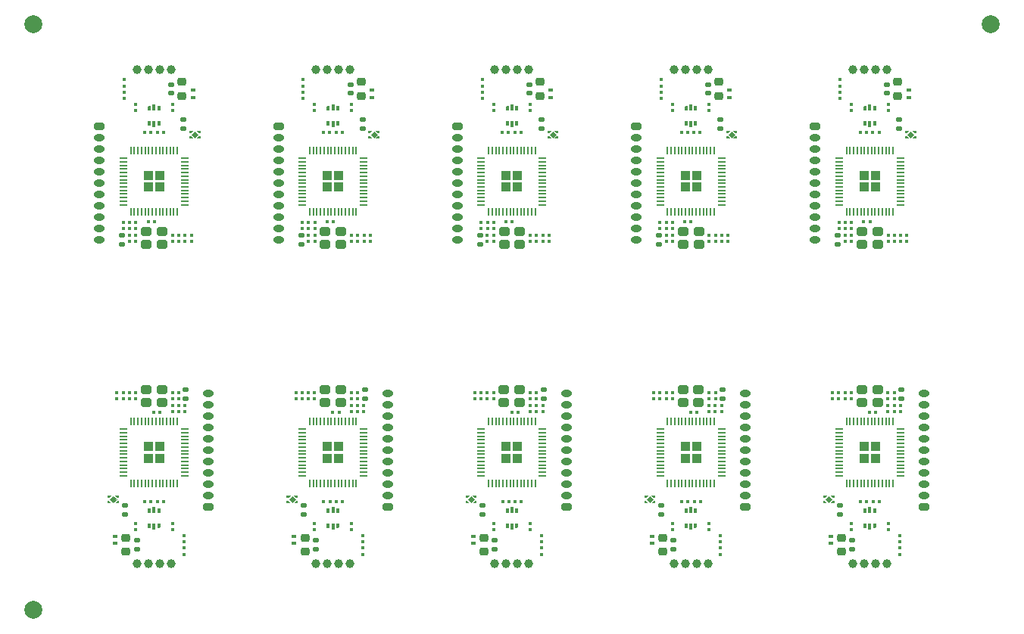
<source format=gbp>
G04 #@! TF.GenerationSoftware,KiCad,Pcbnew,8.0.1-8.0.1-1~ubuntu22.04.1*
G04 #@! TF.CreationDate,2024-08-08T21:33:10+00:00*
G04 #@! TF.ProjectId,gemini-panel,67656d69-6e69-42d7-9061-6e656c2e6b69,1.0*
G04 #@! TF.SameCoordinates,Original*
G04 #@! TF.FileFunction,Paste,Bot*
G04 #@! TF.FilePolarity,Positive*
%FSLAX46Y46*%
G04 Gerber Fmt 4.6, Leading zero omitted, Abs format (unit mm)*
G04 Created by KiCad (PCBNEW 8.0.1-8.0.1-1~ubuntu22.04.1) date 2024-08-08 21:33:10*
%MOMM*%
%LPD*%
G01*
G04 APERTURE LIST*
G04 Aperture macros list*
%AMRoundRect*
0 Rectangle with rounded corners*
0 $1 Rounding radius*
0 $2 $3 $4 $5 $6 $7 $8 $9 X,Y pos of 4 corners*
0 Add a 4 corners polygon primitive as box body*
4,1,4,$2,$3,$4,$5,$6,$7,$8,$9,$2,$3,0*
0 Add four circle primitives for the rounded corners*
1,1,$1+$1,$2,$3*
1,1,$1+$1,$4,$5*
1,1,$1+$1,$6,$7*
1,1,$1+$1,$8,$9*
0 Add four rect primitives between the rounded corners*
20,1,$1+$1,$2,$3,$4,$5,0*
20,1,$1+$1,$4,$5,$6,$7,0*
20,1,$1+$1,$6,$7,$8,$9,0*
20,1,$1+$1,$8,$9,$2,$3,0*%
%AMOutline5P*
0 Free polygon, 5 corners , with rotation*
0 The origin of the aperture is its center*
0 number of corners: always 5*
0 $1 to $10 corner X, Y*
0 $11 Rotation angle, in degrees counterclockwise*
0 create outline with 5 corners*
4,1,5,$1,$2,$3,$4,$5,$6,$7,$8,$9,$10,$1,$2,$11*%
%AMOutline6P*
0 Free polygon, 6 corners , with rotation*
0 The origin of the aperture is its center*
0 number of corners: always 6*
0 $1 to $12 corner X, Y*
0 $13 Rotation angle, in degrees counterclockwise*
0 create outline with 6 corners*
4,1,6,$1,$2,$3,$4,$5,$6,$7,$8,$9,$10,$11,$12,$1,$2,$13*%
%AMOutline7P*
0 Free polygon, 7 corners , with rotation*
0 The origin of the aperture is its center*
0 number of corners: always 7*
0 $1 to $14 corner X, Y*
0 $15 Rotation angle, in degrees counterclockwise*
0 create outline with 7 corners*
4,1,7,$1,$2,$3,$4,$5,$6,$7,$8,$9,$10,$11,$12,$13,$14,$1,$2,$15*%
%AMOutline8P*
0 Free polygon, 8 corners , with rotation*
0 The origin of the aperture is its center*
0 number of corners: always 8*
0 $1 to $16 corner X, Y*
0 $17 Rotation angle, in degrees counterclockwise*
0 create outline with 8 corners*
4,1,8,$1,$2,$3,$4,$5,$6,$7,$8,$9,$10,$11,$12,$13,$14,$15,$16,$1,$2,$17*%
%AMFreePoly0*
4,1,18,-0.437500,0.050000,-0.433694,0.069134,-0.422855,0.085355,-0.406634,0.096194,-0.387500,0.100000,0.387500,0.100000,0.406634,0.096194,0.422855,0.085355,0.433694,0.069134,0.437500,0.050000,0.437500,-0.050000,0.433694,-0.069134,0.422855,-0.085355,0.406634,-0.096194,0.387500,-0.100000,-0.337500,-0.100000,-0.437500,0.000000,-0.437500,0.050000,-0.437500,0.050000,$1*%
G04 Aperture macros list end*
%ADD10C,0.010000*%
%ADD11C,0.000000*%
%ADD12O,1.200000X0.800000*%
%ADD13RoundRect,0.166667X-0.433333X-0.233333X0.433333X-0.233333X0.433333X0.233333X-0.433333X0.233333X0*%
%ADD14C,1.000000*%
%ADD15RoundRect,0.166667X0.433333X0.233333X-0.433333X0.233333X-0.433333X-0.233333X0.433333X-0.233333X0*%
%ADD16C,2.000000*%
%ADD17RoundRect,0.250000X-0.292217X-0.292217X0.292217X-0.292217X0.292217X0.292217X-0.292217X0.292217X0*%
%ADD18FreePoly0,0.000000*%
%ADD19RoundRect,0.050000X-0.387500X-0.050000X0.387500X-0.050000X0.387500X0.050000X-0.387500X0.050000X0*%
%ADD20RoundRect,0.050000X-0.050000X-0.387500X0.050000X-0.387500X0.050000X0.387500X-0.050000X0.387500X0*%
%ADD21RoundRect,0.079500X0.079500X0.100500X-0.079500X0.100500X-0.079500X-0.100500X0.079500X-0.100500X0*%
%ADD22RoundRect,0.079500X-0.100500X0.079500X-0.100500X-0.079500X0.100500X-0.079500X0.100500X0.079500X0*%
%ADD23RoundRect,0.079500X0.100500X-0.079500X0.100500X0.079500X-0.100500X0.079500X-0.100500X-0.079500X0*%
%ADD24RoundRect,0.079500X-0.079500X-0.100500X0.079500X-0.100500X0.079500X0.100500X-0.079500X0.100500X0*%
%ADD25RoundRect,0.140000X0.170000X-0.140000X0.170000X0.140000X-0.170000X0.140000X-0.170000X-0.140000X0*%
%ADD26RoundRect,0.140000X-0.170000X0.140000X-0.170000X-0.140000X0.170000X-0.140000X0.170000X0.140000X0*%
%ADD27RoundRect,0.135000X-0.185000X0.135000X-0.185000X-0.135000X0.185000X-0.135000X0.185000X0.135000X0*%
%ADD28RoundRect,0.218750X-0.256250X0.218750X-0.256250X-0.218750X0.256250X-0.218750X0.256250X0.218750X0*%
%ADD29R,0.560000X0.400000*%
%ADD30RoundRect,0.100000X-0.180000X0.100000X-0.180000X-0.100000X0.180000X-0.100000X0.180000X0.100000X0*%
%ADD31Outline5P,-0.250000X0.187500X0.250000X0.187500X0.250000X-0.187500X-0.118750X-0.187500X-0.250000X-0.056250X270.000000*%
%ADD32R,0.300000X0.650000*%
%ADD33R,0.375000X0.500000*%
%ADD34RoundRect,0.135000X0.185000X-0.135000X0.185000X0.135000X-0.185000X0.135000X-0.185000X-0.135000X0*%
%ADD35RoundRect,0.218750X0.256250X-0.218750X0.256250X0.218750X-0.256250X0.218750X-0.256250X-0.218750X0*%
%ADD36Outline5P,-0.250000X0.187500X0.250000X0.187500X0.250000X-0.187500X-0.118750X-0.187500X-0.250000X-0.056250X90.000000*%
%ADD37RoundRect,0.250000X-0.325000X-0.250000X0.325000X-0.250000X0.325000X0.250000X-0.325000X0.250000X0*%
%ADD38RoundRect,0.250000X0.292217X0.292217X-0.292217X0.292217X-0.292217X-0.292217X0.292217X-0.292217X0*%
%ADD39FreePoly0,180.000000*%
%ADD40RoundRect,0.050000X0.387500X0.050000X-0.387500X0.050000X-0.387500X-0.050000X0.387500X-0.050000X0*%
%ADD41RoundRect,0.050000X0.050000X0.387500X-0.050000X0.387500X-0.050000X-0.387500X0.050000X-0.387500X0*%
%ADD42RoundRect,0.100000X0.180000X-0.100000X0.180000X0.100000X-0.180000X0.100000X-0.180000X-0.100000X0*%
%ADD43RoundRect,0.250000X0.325000X0.250000X-0.325000X0.250000X-0.325000X-0.250000X0.325000X-0.250000X0*%
G04 APERTURE END LIST*
D10*
G04 #@! TO.C,U2*
X71771173Y14871663D02*
X71429510Y14530001D01*
X71087847Y14871663D01*
X71429510Y15213326D01*
X71771173Y14871663D01*
G36*
X71771173Y14871663D02*
G01*
X71429510Y14530001D01*
X71087847Y14871663D01*
X71429510Y15213326D01*
X71771173Y14871663D01*
G37*
D11*
G36*
X71244510Y15270000D02*
G01*
X70999510Y15020000D01*
X70819510Y15020000D01*
X70819510Y15300000D01*
X71244510Y15300000D01*
X71244510Y15270000D01*
G37*
G36*
X71244510Y14470000D02*
G01*
X71244510Y14440000D01*
X70819510Y14440000D01*
X70819510Y14720000D01*
X70999510Y14720000D01*
X71244510Y14470000D01*
G37*
G36*
X72039510Y15020000D02*
G01*
X71859510Y15020000D01*
X71614510Y15270000D01*
X71614510Y15300000D01*
X72039510Y15300000D01*
X72039510Y15020000D01*
G37*
G36*
X72039510Y14440000D02*
G01*
X71614510Y14440000D01*
X71614510Y14470000D01*
X71859510Y14720000D01*
X72039510Y14720000D01*
X72039510Y14440000D01*
G37*
D10*
X80912153Y55708337D02*
X80570490Y55366674D01*
X80228827Y55708337D01*
X80570490Y56049999D01*
X80912153Y55708337D01*
G36*
X80912153Y55708337D02*
G01*
X80570490Y55366674D01*
X80228827Y55708337D01*
X80570490Y56049999D01*
X80912153Y55708337D01*
G37*
D11*
G36*
X80385490Y56110000D02*
G01*
X80140490Y55860000D01*
X79960490Y55860000D01*
X79960490Y56140000D01*
X80385490Y56140000D01*
X80385490Y56110000D01*
G37*
G36*
X80385490Y55310000D02*
G01*
X80385490Y55280000D01*
X79960490Y55280000D01*
X79960490Y55560000D01*
X80140490Y55560000D01*
X80385490Y55310000D01*
G37*
G36*
X81180490Y55860000D02*
G01*
X81000490Y55860000D01*
X80755490Y56110000D01*
X80755490Y56140000D01*
X81180490Y56140000D01*
X81180490Y55860000D01*
G37*
G36*
X81180490Y55280000D02*
G01*
X80755490Y55280000D01*
X80755490Y55310000D01*
X81000490Y55560000D01*
X81180490Y55560000D01*
X81180490Y55280000D01*
G37*
D10*
X11771173Y14871663D02*
X11429510Y14530001D01*
X11087847Y14871663D01*
X11429510Y15213326D01*
X11771173Y14871663D01*
G36*
X11771173Y14871663D02*
G01*
X11429510Y14530001D01*
X11087847Y14871663D01*
X11429510Y15213326D01*
X11771173Y14871663D01*
G37*
D11*
G36*
X11244510Y15270000D02*
G01*
X10999510Y15020000D01*
X10819510Y15020000D01*
X10819510Y15300000D01*
X11244510Y15300000D01*
X11244510Y15270000D01*
G37*
G36*
X11244510Y14470000D02*
G01*
X11244510Y14440000D01*
X10819510Y14440000D01*
X10819510Y14720000D01*
X10999510Y14720000D01*
X11244510Y14470000D01*
G37*
G36*
X12039510Y15020000D02*
G01*
X11859510Y15020000D01*
X11614510Y15270000D01*
X11614510Y15300000D01*
X12039510Y15300000D01*
X12039510Y15020000D01*
G37*
G36*
X12039510Y14440000D02*
G01*
X11614510Y14440000D01*
X11614510Y14470000D01*
X11859510Y14720000D01*
X12039510Y14720000D01*
X12039510Y14440000D01*
G37*
D10*
X100912153Y55708337D02*
X100570490Y55366674D01*
X100228827Y55708337D01*
X100570490Y56049999D01*
X100912153Y55708337D01*
G36*
X100912153Y55708337D02*
G01*
X100570490Y55366674D01*
X100228827Y55708337D01*
X100570490Y56049999D01*
X100912153Y55708337D01*
G37*
D11*
G36*
X100385490Y56110000D02*
G01*
X100140490Y55860000D01*
X99960490Y55860000D01*
X99960490Y56140000D01*
X100385490Y56140000D01*
X100385490Y56110000D01*
G37*
G36*
X100385490Y55310000D02*
G01*
X100385490Y55280000D01*
X99960490Y55280000D01*
X99960490Y55560000D01*
X100140490Y55560000D01*
X100385490Y55310000D01*
G37*
G36*
X101180490Y55860000D02*
G01*
X101000490Y55860000D01*
X100755490Y56110000D01*
X100755490Y56140000D01*
X101180490Y56140000D01*
X101180490Y55860000D01*
G37*
G36*
X101180490Y55280000D02*
G01*
X100755490Y55280000D01*
X100755490Y55310000D01*
X101000490Y55560000D01*
X101180490Y55560000D01*
X101180490Y55280000D01*
G37*
D10*
X60912153Y55708337D02*
X60570490Y55366674D01*
X60228827Y55708337D01*
X60570490Y56049999D01*
X60912153Y55708337D01*
G36*
X60912153Y55708337D02*
G01*
X60570490Y55366674D01*
X60228827Y55708337D01*
X60570490Y56049999D01*
X60912153Y55708337D01*
G37*
D11*
G36*
X60385490Y56110000D02*
G01*
X60140490Y55860000D01*
X59960490Y55860000D01*
X59960490Y56140000D01*
X60385490Y56140000D01*
X60385490Y56110000D01*
G37*
G36*
X60385490Y55310000D02*
G01*
X60385490Y55280000D01*
X59960490Y55280000D01*
X59960490Y55560000D01*
X60140490Y55560000D01*
X60385490Y55310000D01*
G37*
G36*
X61180490Y55860000D02*
G01*
X61000490Y55860000D01*
X60755490Y56110000D01*
X60755490Y56140000D01*
X61180490Y56140000D01*
X61180490Y55860000D01*
G37*
G36*
X61180490Y55280000D02*
G01*
X60755490Y55280000D01*
X60755490Y55310000D01*
X61000490Y55560000D01*
X61180490Y55560000D01*
X61180490Y55280000D01*
G37*
D10*
X91771173Y14871663D02*
X91429510Y14530001D01*
X91087847Y14871663D01*
X91429510Y15213326D01*
X91771173Y14871663D01*
G36*
X91771173Y14871663D02*
G01*
X91429510Y14530001D01*
X91087847Y14871663D01*
X91429510Y15213326D01*
X91771173Y14871663D01*
G37*
D11*
G36*
X91244510Y15270000D02*
G01*
X90999510Y15020000D01*
X90819510Y15020000D01*
X90819510Y15300000D01*
X91244510Y15300000D01*
X91244510Y15270000D01*
G37*
G36*
X91244510Y14470000D02*
G01*
X91244510Y14440000D01*
X90819510Y14440000D01*
X90819510Y14720000D01*
X90999510Y14720000D01*
X91244510Y14470000D01*
G37*
G36*
X92039510Y15020000D02*
G01*
X91859510Y15020000D01*
X91614510Y15270000D01*
X91614510Y15300000D01*
X92039510Y15300000D01*
X92039510Y15020000D01*
G37*
G36*
X92039510Y14440000D02*
G01*
X91614510Y14440000D01*
X91614510Y14470000D01*
X91859510Y14720000D01*
X92039510Y14720000D01*
X92039510Y14440000D01*
G37*
D10*
X31771173Y14871663D02*
X31429510Y14530001D01*
X31087847Y14871663D01*
X31429510Y15213326D01*
X31771173Y14871663D01*
G36*
X31771173Y14871663D02*
G01*
X31429510Y14530001D01*
X31087847Y14871663D01*
X31429510Y15213326D01*
X31771173Y14871663D01*
G37*
D11*
G36*
X31244510Y15270000D02*
G01*
X30999510Y15020000D01*
X30819510Y15020000D01*
X30819510Y15300000D01*
X31244510Y15300000D01*
X31244510Y15270000D01*
G37*
G36*
X31244510Y14470000D02*
G01*
X31244510Y14440000D01*
X30819510Y14440000D01*
X30819510Y14720000D01*
X30999510Y14720000D01*
X31244510Y14470000D01*
G37*
G36*
X32039510Y15020000D02*
G01*
X31859510Y15020000D01*
X31614510Y15270000D01*
X31614510Y15300000D01*
X32039510Y15300000D01*
X32039510Y15020000D01*
G37*
G36*
X32039510Y14440000D02*
G01*
X31614510Y14440000D01*
X31614510Y14470000D01*
X31859510Y14720000D01*
X32039510Y14720000D01*
X32039510Y14440000D01*
G37*
D10*
X51771173Y14871663D02*
X51429510Y14530001D01*
X51087847Y14871663D01*
X51429510Y15213326D01*
X51771173Y14871663D01*
G36*
X51771173Y14871663D02*
G01*
X51429510Y14530001D01*
X51087847Y14871663D01*
X51429510Y15213326D01*
X51771173Y14871663D01*
G37*
D11*
G36*
X51244510Y15270000D02*
G01*
X50999510Y15020000D01*
X50819510Y15020000D01*
X50819510Y15300000D01*
X51244510Y15300000D01*
X51244510Y15270000D01*
G37*
G36*
X51244510Y14470000D02*
G01*
X51244510Y14440000D01*
X50819510Y14440000D01*
X50819510Y14720000D01*
X50999510Y14720000D01*
X51244510Y14470000D01*
G37*
G36*
X52039510Y15020000D02*
G01*
X51859510Y15020000D01*
X51614510Y15270000D01*
X51614510Y15300000D01*
X52039510Y15300000D01*
X52039510Y15020000D01*
G37*
G36*
X52039510Y14440000D02*
G01*
X51614510Y14440000D01*
X51614510Y14470000D01*
X51859510Y14720000D01*
X52039510Y14720000D01*
X52039510Y14440000D01*
G37*
D10*
X20912153Y55708337D02*
X20570490Y55366674D01*
X20228827Y55708337D01*
X20570490Y56049999D01*
X20912153Y55708337D01*
G36*
X20912153Y55708337D02*
G01*
X20570490Y55366674D01*
X20228827Y55708337D01*
X20570490Y56049999D01*
X20912153Y55708337D01*
G37*
D11*
G36*
X20385490Y56110000D02*
G01*
X20140490Y55860000D01*
X19960490Y55860000D01*
X19960490Y56140000D01*
X20385490Y56140000D01*
X20385490Y56110000D01*
G37*
G36*
X20385490Y55310000D02*
G01*
X20385490Y55280000D01*
X19960490Y55280000D01*
X19960490Y55560000D01*
X20140490Y55560000D01*
X20385490Y55310000D01*
G37*
G36*
X21180490Y55860000D02*
G01*
X21000490Y55860000D01*
X20755490Y56110000D01*
X20755490Y56140000D01*
X21180490Y56140000D01*
X21180490Y55860000D01*
G37*
G36*
X21180490Y55280000D02*
G01*
X20755490Y55280000D01*
X20755490Y55310000D01*
X21000490Y55560000D01*
X21180490Y55560000D01*
X21180490Y55280000D01*
G37*
D10*
X40912153Y55708337D02*
X40570490Y55366674D01*
X40228827Y55708337D01*
X40570490Y56049999D01*
X40912153Y55708337D01*
G36*
X40912153Y55708337D02*
G01*
X40570490Y55366674D01*
X40228827Y55708337D01*
X40570490Y56049999D01*
X40912153Y55708337D01*
G37*
D11*
G36*
X40385490Y56110000D02*
G01*
X40140490Y55860000D01*
X39960490Y55860000D01*
X39960490Y56140000D01*
X40385490Y56140000D01*
X40385490Y56110000D01*
G37*
G36*
X40385490Y55310000D02*
G01*
X40385490Y55280000D01*
X39960490Y55280000D01*
X39960490Y55560000D01*
X40140490Y55560000D01*
X40385490Y55310000D01*
G37*
G36*
X41180490Y55860000D02*
G01*
X41000490Y55860000D01*
X40755490Y56110000D01*
X40755490Y56140000D01*
X41180490Y56140000D01*
X41180490Y55860000D01*
G37*
G36*
X41180490Y55280000D02*
G01*
X40755490Y55280000D01*
X40755490Y55310000D01*
X41000490Y55560000D01*
X41180490Y55560000D01*
X41180490Y55280000D01*
G37*
G04 #@! TD*
D12*
G04 #@! TO.C,Gemini1*
X89904000Y43886000D03*
X89904000Y45156000D03*
X89904000Y46426000D03*
X89904000Y47696000D03*
X89904000Y48966000D03*
X89904000Y50236000D03*
X89904000Y51506000D03*
X89904000Y52776000D03*
X89904000Y54046000D03*
X89904000Y55316000D03*
D13*
X89904000Y56586000D03*
D14*
X94100000Y62930000D03*
X95370000Y62930000D03*
X96640000Y62930000D03*
X97910000Y62930000D03*
G04 #@! TD*
D12*
G04 #@! TO.C,Gemini1*
X22096000Y26694000D03*
X22096000Y25424000D03*
X22096000Y24154000D03*
X22096000Y22884000D03*
X22096000Y21614000D03*
X22096000Y20344000D03*
X22096000Y19074000D03*
X22096000Y17804000D03*
X22096000Y16534000D03*
X22096000Y15264000D03*
D15*
X22096000Y13994000D03*
D14*
X17900000Y7650000D03*
X16630000Y7650000D03*
X15360000Y7650000D03*
X14090000Y7650000D03*
G04 #@! TD*
D16*
G04 #@! TO.C,KiKit_TO_3*
X2500000Y2500000D03*
G04 #@! TD*
G04 #@! TO.C,KiKit_TO_2*
X109500000Y68080000D03*
G04 #@! TD*
D12*
G04 #@! TO.C,Gemini1*
X42096000Y26694000D03*
X42096000Y25424000D03*
X42096000Y24154000D03*
X42096000Y22884000D03*
X42096000Y21614000D03*
X42096000Y20344000D03*
X42096000Y19074000D03*
X42096000Y17804000D03*
X42096000Y16534000D03*
X42096000Y15264000D03*
D15*
X42096000Y13994000D03*
D14*
X37900000Y7650000D03*
X36630000Y7650000D03*
X35360000Y7650000D03*
X34090000Y7650000D03*
G04 #@! TD*
D12*
G04 #@! TO.C,Gemini1*
X69904000Y43886000D03*
X69904000Y45156000D03*
X69904000Y46426000D03*
X69904000Y47696000D03*
X69904000Y48966000D03*
X69904000Y50236000D03*
X69904000Y51506000D03*
X69904000Y52776000D03*
X69904000Y54046000D03*
X69904000Y55316000D03*
D13*
X69904000Y56586000D03*
D14*
X74100000Y62930000D03*
X75370000Y62930000D03*
X76640000Y62930000D03*
X77910000Y62930000D03*
G04 #@! TD*
D12*
G04 #@! TO.C,Gemini1*
X29904000Y43886000D03*
X29904000Y45156000D03*
X29904000Y46426000D03*
X29904000Y47696000D03*
X29904000Y48966000D03*
X29904000Y50236000D03*
X29904000Y51506000D03*
X29904000Y52776000D03*
X29904000Y54046000D03*
X29904000Y55316000D03*
D13*
X29904000Y56586000D03*
D14*
X34100000Y62930000D03*
X35370000Y62930000D03*
X36640000Y62930000D03*
X37910000Y62930000D03*
G04 #@! TD*
D12*
G04 #@! TO.C,Gemini1*
X102096000Y26694000D03*
X102096000Y25424000D03*
X102096000Y24154000D03*
X102096000Y22884000D03*
X102096000Y21614000D03*
X102096000Y20344000D03*
X102096000Y19074000D03*
X102096000Y17804000D03*
X102096000Y16534000D03*
X102096000Y15264000D03*
D15*
X102096000Y13994000D03*
D14*
X97900000Y7650000D03*
X96630000Y7650000D03*
X95360000Y7650000D03*
X94090000Y7650000D03*
G04 #@! TD*
D12*
G04 #@! TO.C,Gemini1*
X82096000Y26694000D03*
X82096000Y25424000D03*
X82096000Y24154000D03*
X82096000Y22884000D03*
X82096000Y21614000D03*
X82096000Y20344000D03*
X82096000Y19074000D03*
X82096000Y17804000D03*
X82096000Y16534000D03*
X82096000Y15264000D03*
D15*
X82096000Y13994000D03*
D14*
X77900000Y7650000D03*
X76630000Y7650000D03*
X75360000Y7650000D03*
X74090000Y7650000D03*
G04 #@! TD*
D12*
G04 #@! TO.C,Gemini1*
X49904000Y43886000D03*
X49904000Y45156000D03*
X49904000Y46426000D03*
X49904000Y47696000D03*
X49904000Y48966000D03*
X49904000Y50236000D03*
X49904000Y51506000D03*
X49904000Y52776000D03*
X49904000Y54046000D03*
X49904000Y55316000D03*
D13*
X49904000Y56586000D03*
D14*
X54100000Y62930000D03*
X55370000Y62930000D03*
X56640000Y62930000D03*
X57910000Y62930000D03*
G04 #@! TD*
D12*
G04 #@! TO.C,Gemini1*
X62096000Y26694000D03*
X62096000Y25424000D03*
X62096000Y24154000D03*
X62096000Y22884000D03*
X62096000Y21614000D03*
X62096000Y20344000D03*
X62096000Y19074000D03*
X62096000Y17804000D03*
X62096000Y16534000D03*
X62096000Y15264000D03*
D15*
X62096000Y13994000D03*
D14*
X57900000Y7650000D03*
X56630000Y7650000D03*
X55360000Y7650000D03*
X54090000Y7650000D03*
G04 #@! TD*
D16*
G04 #@! TO.C,KiKit_TO_1*
X2500000Y68080000D03*
G04 #@! TD*
D12*
G04 #@! TO.C,Gemini1*
X9904000Y43886000D03*
X9904000Y45156000D03*
X9904000Y46426000D03*
X9904000Y47696000D03*
X9904000Y48966000D03*
X9904000Y50236000D03*
X9904000Y51506000D03*
X9904000Y52776000D03*
X9904000Y54046000D03*
X9904000Y55316000D03*
D13*
X9904000Y56586000D03*
D14*
X14100000Y62930000D03*
X15370000Y62930000D03*
X16640000Y62930000D03*
X17910000Y62930000D03*
G04 #@! TD*
D17*
G04 #@! TO.C,U4*
X75362500Y20767500D03*
X75362500Y19492500D03*
X76637500Y20767500D03*
X76637500Y19492500D03*
D18*
X72562500Y17530000D03*
D19*
X72562500Y17930000D03*
X72562500Y18330000D03*
X72562500Y18730000D03*
X72562500Y19130000D03*
X72562500Y19530000D03*
X72562500Y19930000D03*
X72562500Y20330000D03*
X72562500Y20730000D03*
X72562500Y21130000D03*
X72562500Y21530000D03*
X72562500Y21930000D03*
X72562500Y22330000D03*
X72562500Y22730000D03*
D20*
X73400000Y23567500D03*
X73800000Y23567500D03*
X74200000Y23567500D03*
X74600000Y23567500D03*
X75000000Y23567500D03*
X75400000Y23567500D03*
X75800000Y23567500D03*
X76200000Y23567500D03*
X76600000Y23567500D03*
X77000000Y23567500D03*
X77400000Y23567500D03*
X77800000Y23567500D03*
X78200000Y23567500D03*
X78600000Y23567500D03*
D19*
X79437500Y22730000D03*
X79437500Y22330000D03*
X79437500Y21930000D03*
X79437500Y21530000D03*
X79437500Y21130000D03*
X79437500Y20730000D03*
X79437500Y20330000D03*
X79437500Y19930000D03*
X79437500Y19530000D03*
X79437500Y19130000D03*
X79437500Y18730000D03*
X79437500Y18330000D03*
X79437500Y17930000D03*
X79437500Y17530000D03*
D20*
X78600000Y16692500D03*
X78200000Y16692500D03*
X77800000Y16692500D03*
X77400000Y16692500D03*
X77000000Y16692500D03*
X76600000Y16692500D03*
X76200000Y16692500D03*
X75800000Y16692500D03*
X75400000Y16692500D03*
X75000000Y16692500D03*
X74600000Y16692500D03*
X74200000Y16692500D03*
X73800000Y16692500D03*
X73400000Y16692500D03*
G04 #@! TD*
D21*
G04 #@! TO.C,R6*
X93955490Y45870000D03*
X93265490Y45870000D03*
G04 #@! TD*
D22*
G04 #@! TO.C,R16*
X99329510Y9430000D03*
X99329510Y8740000D03*
G04 #@! TD*
G04 #@! TO.C,C7*
X53939510Y26815000D03*
X53939510Y26125000D03*
G04 #@! TD*
D23*
G04 #@! TO.C,C2*
X32550490Y45195000D03*
X32550490Y45885000D03*
G04 #@! TD*
D22*
G04 #@! TO.C,R4*
X38749510Y26815000D03*
X38749510Y26125000D03*
G04 #@! TD*
D23*
G04 #@! TO.C,R2*
X72539510Y26125000D03*
X72539510Y26815000D03*
G04 #@! TD*
D24*
G04 #@! TO.C,R5*
X53265490Y45170000D03*
X53955490Y45170000D03*
G04 #@! TD*
D21*
G04 #@! TO.C,R13*
X16664510Y24600000D03*
X15974510Y24600000D03*
G04 #@! TD*
D23*
G04 #@! TO.C,R16*
X12670490Y61150000D03*
X12670490Y61840000D03*
G04 #@! TD*
G04 #@! TO.C,R3*
X38760490Y43765000D03*
X38760490Y44455000D03*
G04 #@! TD*
G04 #@! TO.C,R3*
X98760490Y43765000D03*
X98760490Y44455000D03*
G04 #@! TD*
D24*
G04 #@! TO.C,R11*
X54964510Y14630000D03*
X55654510Y14630000D03*
G04 #@! TD*
D25*
G04 #@! TO.C,C1*
X74059510Y9310000D03*
X74059510Y10270000D03*
G04 #@! TD*
D26*
G04 #@! TO.C,C1*
X37940490Y61270000D03*
X37940490Y60310000D03*
G04 #@! TD*
D24*
G04 #@! TO.C,R13*
X55335490Y45980000D03*
X56025490Y45980000D03*
G04 #@! TD*
D22*
G04 #@! TO.C,R16*
X79329510Y9430000D03*
X79329510Y8740000D03*
G04 #@! TD*
D23*
G04 #@! TO.C,R2*
X52539510Y26125000D03*
X52539510Y26815000D03*
G04 #@! TD*
G04 #@! TO.C,R8*
X78049510Y11490000D03*
X78049510Y12180000D03*
G04 #@! TD*
D22*
G04 #@! TO.C,R2*
X39460490Y44455000D03*
X39460490Y43765000D03*
G04 #@! TD*
D27*
G04 #@! TO.C,FB1*
X39290490Y57420000D03*
X39290490Y56400000D03*
G04 #@! TD*
D24*
G04 #@! TO.C,R6*
X18044510Y24710000D03*
X18734510Y24710000D03*
G04 #@! TD*
G04 #@! TO.C,R12*
X94935490Y55950000D03*
X95625490Y55950000D03*
G04 #@! TD*
D22*
G04 #@! TO.C,R3*
X13239510Y26815000D03*
X13239510Y26125000D03*
G04 #@! TD*
D23*
G04 #@! TO.C,R8*
X18049510Y11490000D03*
X18049510Y12180000D03*
G04 #@! TD*
D24*
G04 #@! TO.C,R13*
X35335490Y45980000D03*
X36025490Y45980000D03*
G04 #@! TD*
D25*
G04 #@! TO.C,C1*
X54059510Y9310000D03*
X54059510Y10270000D03*
G04 #@! TD*
D26*
G04 #@! TO.C,C1*
X77940490Y61270000D03*
X77940490Y60310000D03*
G04 #@! TD*
D22*
G04 #@! TO.C,R1*
X91839510Y26815000D03*
X91839510Y26125000D03*
G04 #@! TD*
D23*
G04 #@! TO.C,R15*
X92670490Y59750000D03*
X92670490Y60440000D03*
G04 #@! TD*
D24*
G04 #@! TO.C,R5*
X33265490Y45170000D03*
X33955490Y45170000D03*
G04 #@! TD*
D22*
G04 #@! TO.C,C8*
X18039510Y26815000D03*
X18039510Y26125000D03*
G04 #@! TD*
D27*
G04 #@! TO.C,FB1*
X19290490Y57420000D03*
X19290490Y56400000D03*
G04 #@! TD*
D26*
G04 #@! TO.C,C1*
X97940490Y61270000D03*
X97940490Y60310000D03*
G04 #@! TD*
D28*
G04 #@! TO.C,F1*
X99130490Y61577500D03*
X99130490Y60002500D03*
G04 #@! TD*
D29*
G04 #@! TO.C,D1*
X60350490Y59850000D03*
D30*
X60350490Y60650000D03*
G04 #@! TD*
D22*
G04 #@! TO.C,R2*
X99460490Y44455000D03*
X99460490Y43765000D03*
G04 #@! TD*
D23*
G04 #@! TO.C,R3*
X58760490Y43765000D03*
X58760490Y44455000D03*
G04 #@! TD*
D24*
G04 #@! TO.C,R12*
X54935490Y55950000D03*
X55625490Y55950000D03*
G04 #@! TD*
D31*
G04 #@! TO.C,U1*
X75462990Y58650000D03*
D32*
X76000490Y58725000D03*
D33*
X76537990Y58650000D03*
X76537990Y56950000D03*
D32*
X76000490Y56875000D03*
D33*
X75462990Y56950000D03*
G04 #@! TD*
D34*
G04 #@! TO.C,FB1*
X52709510Y13160000D03*
X52709510Y14180000D03*
G04 #@! TD*
D23*
G04 #@! TO.C,R1*
X40160490Y43765000D03*
X40160490Y44455000D03*
G04 #@! TD*
G04 #@! TO.C,R7*
X73949510Y11490000D03*
X73949510Y12180000D03*
G04 #@! TD*
D34*
G04 #@! TO.C,FB1*
X72709510Y13160000D03*
X72709510Y14180000D03*
G04 #@! TD*
D28*
G04 #@! TO.C,F1*
X19130490Y61577500D03*
X19130490Y60002500D03*
G04 #@! TD*
D21*
G04 #@! TO.C,R12*
X17064510Y14630000D03*
X16374510Y14630000D03*
G04 #@! TD*
D23*
G04 #@! TO.C,R4*
X53250490Y43765000D03*
X53250490Y44455000D03*
G04 #@! TD*
D31*
G04 #@! TO.C,U1*
X55462990Y58650000D03*
D32*
X56000490Y58725000D03*
D33*
X56537990Y58650000D03*
X56537990Y56950000D03*
D32*
X56000490Y56875000D03*
D33*
X55462990Y56950000D03*
G04 #@! TD*
D22*
G04 #@! TO.C,C2*
X79449510Y25385000D03*
X79449510Y24695000D03*
G04 #@! TD*
G04 #@! TO.C,R7*
X18050490Y59090000D03*
X18050490Y58400000D03*
G04 #@! TD*
G04 #@! TO.C,R4*
X98749510Y26815000D03*
X98749510Y26125000D03*
G04 #@! TD*
G04 #@! TO.C,C8*
X58039510Y26815000D03*
X58039510Y26125000D03*
G04 #@! TD*
D21*
G04 #@! TO.C,R11*
X77035490Y55950000D03*
X76345490Y55950000D03*
G04 #@! TD*
D23*
G04 #@! TO.C,R15*
X32670490Y59750000D03*
X32670490Y60440000D03*
G04 #@! TD*
D21*
G04 #@! TO.C,R11*
X57035490Y55950000D03*
X56345490Y55950000D03*
G04 #@! TD*
D35*
G04 #@! TO.C,F1*
X52869510Y9002500D03*
X52869510Y10577500D03*
G04 #@! TD*
D17*
G04 #@! TO.C,U4*
X95362500Y20767500D03*
X95362500Y19492500D03*
X96637500Y20767500D03*
X96637500Y19492500D03*
D18*
X92562500Y17530000D03*
D19*
X92562500Y17930000D03*
X92562500Y18330000D03*
X92562500Y18730000D03*
X92562500Y19130000D03*
X92562500Y19530000D03*
X92562500Y19930000D03*
X92562500Y20330000D03*
X92562500Y20730000D03*
X92562500Y21130000D03*
X92562500Y21530000D03*
X92562500Y21930000D03*
X92562500Y22330000D03*
X92562500Y22730000D03*
D20*
X93400000Y23567500D03*
X93800000Y23567500D03*
X94200000Y23567500D03*
X94600000Y23567500D03*
X95000000Y23567500D03*
X95400000Y23567500D03*
X95800000Y23567500D03*
X96200000Y23567500D03*
X96600000Y23567500D03*
X97000000Y23567500D03*
X97400000Y23567500D03*
X97800000Y23567500D03*
X98200000Y23567500D03*
X98600000Y23567500D03*
D19*
X99437500Y22730000D03*
X99437500Y22330000D03*
X99437500Y21930000D03*
X99437500Y21530000D03*
X99437500Y21130000D03*
X99437500Y20730000D03*
X99437500Y20330000D03*
X99437500Y19930000D03*
X99437500Y19530000D03*
X99437500Y19130000D03*
X99437500Y18730000D03*
X99437500Y18330000D03*
X99437500Y17930000D03*
X99437500Y17530000D03*
D20*
X98600000Y16692500D03*
X98200000Y16692500D03*
X97800000Y16692500D03*
X97400000Y16692500D03*
X97000000Y16692500D03*
X96600000Y16692500D03*
X96200000Y16692500D03*
X95800000Y16692500D03*
X95400000Y16692500D03*
X95000000Y16692500D03*
X94600000Y16692500D03*
X94200000Y16692500D03*
X93800000Y16692500D03*
X93400000Y16692500D03*
G04 #@! TD*
D23*
G04 #@! TO.C,C7*
X38060490Y43765000D03*
X38060490Y44455000D03*
G04 #@! TD*
D21*
G04 #@! TO.C,R11*
X17035490Y55950000D03*
X16345490Y55950000D03*
G04 #@! TD*
D23*
G04 #@! TO.C,R15*
X72670490Y59750000D03*
X72670490Y60440000D03*
G04 #@! TD*
G04 #@! TO.C,R3*
X78760490Y43765000D03*
X78760490Y44455000D03*
G04 #@! TD*
D36*
G04 #@! TO.C,U1*
X76537010Y11930000D03*
D32*
X75999510Y11855000D03*
D33*
X75462010Y11930000D03*
X75462010Y13630000D03*
D32*
X75999510Y13705000D03*
D33*
X76537010Y13630000D03*
G04 #@! TD*
D28*
G04 #@! TO.C,F1*
X79130490Y61577500D03*
X79130490Y60002500D03*
G04 #@! TD*
D23*
G04 #@! TO.C,R15*
X12670490Y59750000D03*
X12670490Y60440000D03*
G04 #@! TD*
D37*
G04 #@! TO.C,Y1*
X55135490Y44820000D03*
X56885490Y44820000D03*
X56885490Y43420000D03*
X55135490Y43420000D03*
G04 #@! TD*
D22*
G04 #@! TO.C,C7*
X73939510Y26815000D03*
X73939510Y26125000D03*
G04 #@! TD*
D26*
G04 #@! TO.C,C3*
X52440490Y44400000D03*
X52440490Y43440000D03*
G04 #@! TD*
D37*
G04 #@! TO.C,Y1*
X75135490Y44820000D03*
X76885490Y44820000D03*
X76885490Y43420000D03*
X75135490Y43420000D03*
G04 #@! TD*
D24*
G04 #@! TO.C,R5*
X73265490Y45170000D03*
X73955490Y45170000D03*
G04 #@! TD*
G04 #@! TO.C,R12*
X74935490Y55950000D03*
X75625490Y55950000D03*
G04 #@! TD*
D21*
G04 #@! TO.C,R13*
X36664510Y24600000D03*
X35974510Y24600000D03*
G04 #@! TD*
D25*
G04 #@! TO.C,C3*
X59559510Y26180000D03*
X59559510Y27140000D03*
G04 #@! TD*
D23*
G04 #@! TO.C,R2*
X12539510Y26125000D03*
X12539510Y26815000D03*
G04 #@! TD*
D21*
G04 #@! TO.C,R12*
X97064510Y14630000D03*
X96374510Y14630000D03*
G04 #@! TD*
D22*
G04 #@! TO.C,R15*
X99329510Y10830000D03*
X99329510Y10140000D03*
G04 #@! TD*
D23*
G04 #@! TO.C,R7*
X13949510Y11490000D03*
X13949510Y12180000D03*
G04 #@! TD*
G04 #@! TO.C,R16*
X52670490Y61150000D03*
X52670490Y61840000D03*
G04 #@! TD*
D25*
G04 #@! TO.C,C1*
X34059510Y9310000D03*
X34059510Y10270000D03*
G04 #@! TD*
G04 #@! TO.C,C1*
X94059510Y9310000D03*
X94059510Y10270000D03*
G04 #@! TD*
D23*
G04 #@! TO.C,R1*
X20160490Y43765000D03*
X20160490Y44455000D03*
G04 #@! TD*
D29*
G04 #@! TO.C,D1*
X80350490Y59850000D03*
D30*
X80350490Y60650000D03*
G04 #@! TD*
D21*
G04 #@! TO.C,R13*
X96664510Y24600000D03*
X95974510Y24600000D03*
G04 #@! TD*
D38*
G04 #@! TO.C,U4*
X36637500Y49812500D03*
X36637500Y51087500D03*
X35362500Y49812500D03*
X35362500Y51087500D03*
D39*
X39437500Y53050000D03*
D40*
X39437500Y52650000D03*
X39437500Y52250000D03*
X39437500Y51850000D03*
X39437500Y51450000D03*
X39437500Y51050000D03*
X39437500Y50650000D03*
X39437500Y50250000D03*
X39437500Y49850000D03*
X39437500Y49450000D03*
X39437500Y49050000D03*
X39437500Y48650000D03*
X39437500Y48250000D03*
X39437500Y47850000D03*
D41*
X38600000Y47012500D03*
X38200000Y47012500D03*
X37800000Y47012500D03*
X37400000Y47012500D03*
X37000000Y47012500D03*
X36600000Y47012500D03*
X36200000Y47012500D03*
X35800000Y47012500D03*
X35400000Y47012500D03*
X35000000Y47012500D03*
X34600000Y47012500D03*
X34200000Y47012500D03*
X33800000Y47012500D03*
X33400000Y47012500D03*
D40*
X32562500Y47850000D03*
X32562500Y48250000D03*
X32562500Y48650000D03*
X32562500Y49050000D03*
X32562500Y49450000D03*
X32562500Y49850000D03*
X32562500Y50250000D03*
X32562500Y50650000D03*
X32562500Y51050000D03*
X32562500Y51450000D03*
X32562500Y51850000D03*
X32562500Y52250000D03*
X32562500Y52650000D03*
X32562500Y53050000D03*
D41*
X33400000Y53887500D03*
X33800000Y53887500D03*
X34200000Y53887500D03*
X34600000Y53887500D03*
X35000000Y53887500D03*
X35400000Y53887500D03*
X35800000Y53887500D03*
X36200000Y53887500D03*
X36600000Y53887500D03*
X37000000Y53887500D03*
X37400000Y53887500D03*
X37800000Y53887500D03*
X38200000Y53887500D03*
X38600000Y53887500D03*
G04 #@! TD*
D36*
G04 #@! TO.C,U1*
X16537010Y11930000D03*
D32*
X15999510Y11855000D03*
D33*
X15462010Y11930000D03*
X15462010Y13630000D03*
D32*
X15999510Y13705000D03*
D33*
X16537010Y13630000D03*
G04 #@! TD*
D25*
G04 #@! TO.C,C3*
X39559510Y26180000D03*
X39559510Y27140000D03*
G04 #@! TD*
D21*
G04 #@! TO.C,R6*
X33955490Y45870000D03*
X33265490Y45870000D03*
G04 #@! TD*
D23*
G04 #@! TO.C,R15*
X52670490Y59750000D03*
X52670490Y60440000D03*
G04 #@! TD*
D17*
G04 #@! TO.C,U4*
X35362500Y20767500D03*
X35362500Y19492500D03*
X36637500Y20767500D03*
X36637500Y19492500D03*
D18*
X32562500Y17530000D03*
D19*
X32562500Y17930000D03*
X32562500Y18330000D03*
X32562500Y18730000D03*
X32562500Y19130000D03*
X32562500Y19530000D03*
X32562500Y19930000D03*
X32562500Y20330000D03*
X32562500Y20730000D03*
X32562500Y21130000D03*
X32562500Y21530000D03*
X32562500Y21930000D03*
X32562500Y22330000D03*
X32562500Y22730000D03*
D20*
X33400000Y23567500D03*
X33800000Y23567500D03*
X34200000Y23567500D03*
X34600000Y23567500D03*
X35000000Y23567500D03*
X35400000Y23567500D03*
X35800000Y23567500D03*
X36200000Y23567500D03*
X36600000Y23567500D03*
X37000000Y23567500D03*
X37400000Y23567500D03*
X37800000Y23567500D03*
X38200000Y23567500D03*
X38600000Y23567500D03*
D19*
X39437500Y22730000D03*
X39437500Y22330000D03*
X39437500Y21930000D03*
X39437500Y21530000D03*
X39437500Y21130000D03*
X39437500Y20730000D03*
X39437500Y20330000D03*
X39437500Y19930000D03*
X39437500Y19530000D03*
X39437500Y19130000D03*
X39437500Y18730000D03*
X39437500Y18330000D03*
X39437500Y17930000D03*
X39437500Y17530000D03*
D20*
X38600000Y16692500D03*
X38200000Y16692500D03*
X37800000Y16692500D03*
X37400000Y16692500D03*
X37000000Y16692500D03*
X36600000Y16692500D03*
X36200000Y16692500D03*
X35800000Y16692500D03*
X35400000Y16692500D03*
X35000000Y16692500D03*
X34600000Y16692500D03*
X34200000Y16692500D03*
X33800000Y16692500D03*
X33400000Y16692500D03*
G04 #@! TD*
D17*
G04 #@! TO.C,U4*
X55362500Y20767500D03*
X55362500Y19492500D03*
X56637500Y20767500D03*
X56637500Y19492500D03*
D18*
X52562500Y17530000D03*
D19*
X52562500Y17930000D03*
X52562500Y18330000D03*
X52562500Y18730000D03*
X52562500Y19130000D03*
X52562500Y19530000D03*
X52562500Y19930000D03*
X52562500Y20330000D03*
X52562500Y20730000D03*
X52562500Y21130000D03*
X52562500Y21530000D03*
X52562500Y21930000D03*
X52562500Y22330000D03*
X52562500Y22730000D03*
D20*
X53400000Y23567500D03*
X53800000Y23567500D03*
X54200000Y23567500D03*
X54600000Y23567500D03*
X55000000Y23567500D03*
X55400000Y23567500D03*
X55800000Y23567500D03*
X56200000Y23567500D03*
X56600000Y23567500D03*
X57000000Y23567500D03*
X57400000Y23567500D03*
X57800000Y23567500D03*
X58200000Y23567500D03*
X58600000Y23567500D03*
D19*
X59437500Y22730000D03*
X59437500Y22330000D03*
X59437500Y21930000D03*
X59437500Y21530000D03*
X59437500Y21130000D03*
X59437500Y20730000D03*
X59437500Y20330000D03*
X59437500Y19930000D03*
X59437500Y19530000D03*
X59437500Y19130000D03*
X59437500Y18730000D03*
X59437500Y18330000D03*
X59437500Y17930000D03*
X59437500Y17530000D03*
D20*
X58600000Y16692500D03*
X58200000Y16692500D03*
X57800000Y16692500D03*
X57400000Y16692500D03*
X57000000Y16692500D03*
X56600000Y16692500D03*
X56200000Y16692500D03*
X55800000Y16692500D03*
X55400000Y16692500D03*
X55000000Y16692500D03*
X54600000Y16692500D03*
X54200000Y16692500D03*
X53800000Y16692500D03*
X53400000Y16692500D03*
G04 #@! TD*
D29*
G04 #@! TO.C,D1*
X91649510Y10730000D03*
D42*
X91649510Y9930000D03*
G04 #@! TD*
D31*
G04 #@! TO.C,U1*
X95462990Y58650000D03*
D32*
X96000490Y58725000D03*
D33*
X96537990Y58650000D03*
X96537990Y56950000D03*
D32*
X96000490Y56875000D03*
D33*
X95462990Y56950000D03*
G04 #@! TD*
D22*
G04 #@! TO.C,R7*
X98050490Y59090000D03*
X98050490Y58400000D03*
G04 #@! TD*
D28*
G04 #@! TO.C,F1*
X39130490Y61577500D03*
X39130490Y60002500D03*
G04 #@! TD*
D27*
G04 #@! TO.C,FB1*
X59290490Y57420000D03*
X59290490Y56400000D03*
G04 #@! TD*
D23*
G04 #@! TO.C,R16*
X32670490Y61150000D03*
X32670490Y61840000D03*
G04 #@! TD*
D25*
G04 #@! TO.C,C1*
X14059510Y9310000D03*
X14059510Y10270000D03*
G04 #@! TD*
D22*
G04 #@! TO.C,R8*
X33950490Y59090000D03*
X33950490Y58400000D03*
G04 #@! TD*
D43*
G04 #@! TO.C,Y1*
X16864510Y25760000D03*
X15114510Y25760000D03*
X15114510Y27160000D03*
X16864510Y27160000D03*
G04 #@! TD*
D22*
G04 #@! TO.C,R15*
X19329510Y10830000D03*
X19329510Y10140000D03*
G04 #@! TD*
D23*
G04 #@! TO.C,C7*
X18060490Y43765000D03*
X18060490Y44455000D03*
G04 #@! TD*
D21*
G04 #@! TO.C,R6*
X13955490Y45870000D03*
X13265490Y45870000D03*
G04 #@! TD*
D24*
G04 #@! TO.C,R11*
X14964510Y14630000D03*
X15654510Y14630000D03*
G04 #@! TD*
D25*
G04 #@! TO.C,C3*
X19559510Y26180000D03*
X19559510Y27140000D03*
G04 #@! TD*
D34*
G04 #@! TO.C,FB1*
X92709510Y13160000D03*
X92709510Y14180000D03*
G04 #@! TD*
D24*
G04 #@! TO.C,R6*
X98044510Y24710000D03*
X98734510Y24710000D03*
G04 #@! TD*
D35*
G04 #@! TO.C,F1*
X12869510Y9002500D03*
X12869510Y10577500D03*
G04 #@! TD*
D21*
G04 #@! TO.C,R12*
X77064510Y14630000D03*
X76374510Y14630000D03*
G04 #@! TD*
D24*
G04 #@! TO.C,R5*
X93265490Y45170000D03*
X93955490Y45170000D03*
G04 #@! TD*
G04 #@! TO.C,R6*
X38044510Y24710000D03*
X38734510Y24710000D03*
G04 #@! TD*
D34*
G04 #@! TO.C,FB1*
X32709510Y13160000D03*
X32709510Y14180000D03*
G04 #@! TD*
D22*
G04 #@! TO.C,R16*
X39329510Y9430000D03*
X39329510Y8740000D03*
G04 #@! TD*
D29*
G04 #@! TO.C,D1*
X71649510Y10730000D03*
D42*
X71649510Y9930000D03*
G04 #@! TD*
D21*
G04 #@! TO.C,R13*
X76664510Y24600000D03*
X75974510Y24600000D03*
G04 #@! TD*
D22*
G04 #@! TO.C,C2*
X99449510Y25385000D03*
X99449510Y24695000D03*
G04 #@! TD*
D31*
G04 #@! TO.C,U1*
X15462990Y58650000D03*
D32*
X16000490Y58725000D03*
D33*
X16537990Y58650000D03*
X16537990Y56950000D03*
D32*
X16000490Y56875000D03*
D33*
X15462990Y56950000D03*
G04 #@! TD*
D22*
G04 #@! TO.C,R3*
X93239510Y26815000D03*
X93239510Y26125000D03*
G04 #@! TD*
G04 #@! TO.C,R3*
X73239510Y26815000D03*
X73239510Y26125000D03*
G04 #@! TD*
D23*
G04 #@! TO.C,R8*
X58049510Y11490000D03*
X58049510Y12180000D03*
G04 #@! TD*
D22*
G04 #@! TO.C,C2*
X19449510Y25385000D03*
X19449510Y24695000D03*
G04 #@! TD*
G04 #@! TO.C,C7*
X13939510Y26815000D03*
X13939510Y26125000D03*
G04 #@! TD*
D21*
G04 #@! TO.C,R11*
X97035490Y55950000D03*
X96345490Y55950000D03*
G04 #@! TD*
D23*
G04 #@! TO.C,R4*
X13250490Y43765000D03*
X13250490Y44455000D03*
G04 #@! TD*
G04 #@! TO.C,R1*
X100160490Y43765000D03*
X100160490Y44455000D03*
G04 #@! TD*
D29*
G04 #@! TO.C,D1*
X40350490Y59850000D03*
D30*
X40350490Y60650000D03*
G04 #@! TD*
D23*
G04 #@! TO.C,R8*
X38049510Y11490000D03*
X38049510Y12180000D03*
G04 #@! TD*
D27*
G04 #@! TO.C,FB1*
X99290490Y57420000D03*
X99290490Y56400000D03*
G04 #@! TD*
D22*
G04 #@! TO.C,R15*
X39329510Y10830000D03*
X39329510Y10140000D03*
G04 #@! TD*
D23*
G04 #@! TO.C,R8*
X98049510Y11490000D03*
X98049510Y12180000D03*
G04 #@! TD*
D22*
G04 #@! TO.C,R4*
X18749510Y26815000D03*
X18749510Y26125000D03*
G04 #@! TD*
D24*
G04 #@! TO.C,R11*
X34964510Y14630000D03*
X35654510Y14630000D03*
G04 #@! TD*
D22*
G04 #@! TO.C,R8*
X73950490Y59090000D03*
X73950490Y58400000D03*
G04 #@! TD*
D23*
G04 #@! TO.C,C2*
X12550490Y45195000D03*
X12550490Y45885000D03*
G04 #@! TD*
G04 #@! TO.C,R2*
X32539510Y26125000D03*
X32539510Y26815000D03*
G04 #@! TD*
G04 #@! TO.C,R7*
X33949510Y11490000D03*
X33949510Y12180000D03*
G04 #@! TD*
G04 #@! TO.C,C7*
X98060490Y43765000D03*
X98060490Y44455000D03*
G04 #@! TD*
D22*
G04 #@! TO.C,C7*
X33939510Y26815000D03*
X33939510Y26125000D03*
G04 #@! TD*
D25*
G04 #@! TO.C,C3*
X99559510Y26180000D03*
X99559510Y27140000D03*
G04 #@! TD*
D23*
G04 #@! TO.C,R16*
X92670490Y61150000D03*
X92670490Y61840000D03*
G04 #@! TD*
D21*
G04 #@! TO.C,R11*
X37035490Y55950000D03*
X36345490Y55950000D03*
G04 #@! TD*
D29*
G04 #@! TO.C,D1*
X100350490Y59850000D03*
D30*
X100350490Y60650000D03*
G04 #@! TD*
D23*
G04 #@! TO.C,R1*
X60160490Y43765000D03*
X60160490Y44455000D03*
G04 #@! TD*
D28*
G04 #@! TO.C,F1*
X59130490Y61577500D03*
X59130490Y60002500D03*
G04 #@! TD*
D22*
G04 #@! TO.C,R8*
X53950490Y59090000D03*
X53950490Y58400000D03*
G04 #@! TD*
D23*
G04 #@! TO.C,R16*
X72670490Y61150000D03*
X72670490Y61840000D03*
G04 #@! TD*
D22*
G04 #@! TO.C,R8*
X13950490Y59090000D03*
X13950490Y58400000D03*
G04 #@! TD*
G04 #@! TO.C,R3*
X53239510Y26815000D03*
X53239510Y26125000D03*
G04 #@! TD*
D24*
G04 #@! TO.C,R13*
X75335490Y45980000D03*
X76025490Y45980000D03*
G04 #@! TD*
D21*
G04 #@! TO.C,R5*
X98734510Y25410000D03*
X98044510Y25410000D03*
G04 #@! TD*
D26*
G04 #@! TO.C,C3*
X72440490Y44400000D03*
X72440490Y43440000D03*
G04 #@! TD*
D22*
G04 #@! TO.C,R16*
X59329510Y9430000D03*
X59329510Y8740000D03*
G04 #@! TD*
D21*
G04 #@! TO.C,R13*
X56664510Y24600000D03*
X55974510Y24600000D03*
G04 #@! TD*
D24*
G04 #@! TO.C,R11*
X94964510Y14630000D03*
X95654510Y14630000D03*
G04 #@! TD*
D23*
G04 #@! TO.C,R4*
X73250490Y43765000D03*
X73250490Y44455000D03*
G04 #@! TD*
G04 #@! TO.C,R1*
X80160490Y43765000D03*
X80160490Y44455000D03*
G04 #@! TD*
G04 #@! TO.C,C2*
X92550490Y45195000D03*
X92550490Y45885000D03*
G04 #@! TD*
D36*
G04 #@! TO.C,U1*
X36537010Y11930000D03*
D32*
X35999510Y11855000D03*
D33*
X35462010Y11930000D03*
X35462010Y13630000D03*
D32*
X35999510Y13705000D03*
D33*
X36537010Y13630000D03*
G04 #@! TD*
D22*
G04 #@! TO.C,R4*
X78749510Y26815000D03*
X78749510Y26125000D03*
G04 #@! TD*
D23*
G04 #@! TO.C,C7*
X78060490Y43765000D03*
X78060490Y44455000D03*
G04 #@! TD*
D22*
G04 #@! TO.C,C8*
X38039510Y26815000D03*
X38039510Y26125000D03*
G04 #@! TD*
D26*
G04 #@! TO.C,C1*
X57940490Y61270000D03*
X57940490Y60310000D03*
G04 #@! TD*
D21*
G04 #@! TO.C,R12*
X37064510Y14630000D03*
X36374510Y14630000D03*
G04 #@! TD*
D26*
G04 #@! TO.C,C3*
X32440490Y44400000D03*
X32440490Y43440000D03*
G04 #@! TD*
D22*
G04 #@! TO.C,R8*
X93950490Y59090000D03*
X93950490Y58400000D03*
G04 #@! TD*
G04 #@! TO.C,C7*
X93939510Y26815000D03*
X93939510Y26125000D03*
G04 #@! TD*
D23*
G04 #@! TO.C,R2*
X92539510Y26125000D03*
X92539510Y26815000D03*
G04 #@! TD*
D22*
G04 #@! TO.C,R16*
X19329510Y9430000D03*
X19329510Y8740000D03*
G04 #@! TD*
D24*
G04 #@! TO.C,R6*
X78044510Y24710000D03*
X78734510Y24710000D03*
G04 #@! TD*
G04 #@! TO.C,R5*
X13265490Y45170000D03*
X13955490Y45170000D03*
G04 #@! TD*
D38*
G04 #@! TO.C,U4*
X56637500Y49812500D03*
X56637500Y51087500D03*
X55362500Y49812500D03*
X55362500Y51087500D03*
D39*
X59437500Y53050000D03*
D40*
X59437500Y52650000D03*
X59437500Y52250000D03*
X59437500Y51850000D03*
X59437500Y51450000D03*
X59437500Y51050000D03*
X59437500Y50650000D03*
X59437500Y50250000D03*
X59437500Y49850000D03*
X59437500Y49450000D03*
X59437500Y49050000D03*
X59437500Y48650000D03*
X59437500Y48250000D03*
X59437500Y47850000D03*
D41*
X58600000Y47012500D03*
X58200000Y47012500D03*
X57800000Y47012500D03*
X57400000Y47012500D03*
X57000000Y47012500D03*
X56600000Y47012500D03*
X56200000Y47012500D03*
X55800000Y47012500D03*
X55400000Y47012500D03*
X55000000Y47012500D03*
X54600000Y47012500D03*
X54200000Y47012500D03*
X53800000Y47012500D03*
X53400000Y47012500D03*
D40*
X52562500Y47850000D03*
X52562500Y48250000D03*
X52562500Y48650000D03*
X52562500Y49050000D03*
X52562500Y49450000D03*
X52562500Y49850000D03*
X52562500Y50250000D03*
X52562500Y50650000D03*
X52562500Y51050000D03*
X52562500Y51450000D03*
X52562500Y51850000D03*
X52562500Y52250000D03*
X52562500Y52650000D03*
X52562500Y53050000D03*
D41*
X53400000Y53887500D03*
X53800000Y53887500D03*
X54200000Y53887500D03*
X54600000Y53887500D03*
X55000000Y53887500D03*
X55400000Y53887500D03*
X55800000Y53887500D03*
X56200000Y53887500D03*
X56600000Y53887500D03*
X57000000Y53887500D03*
X57400000Y53887500D03*
X57800000Y53887500D03*
X58200000Y53887500D03*
X58600000Y53887500D03*
G04 #@! TD*
D22*
G04 #@! TO.C,R1*
X31839510Y26815000D03*
X31839510Y26125000D03*
G04 #@! TD*
D34*
G04 #@! TO.C,FB1*
X12709510Y13160000D03*
X12709510Y14180000D03*
G04 #@! TD*
D37*
G04 #@! TO.C,Y1*
X95135490Y44820000D03*
X96885490Y44820000D03*
X96885490Y43420000D03*
X95135490Y43420000D03*
G04 #@! TD*
D22*
G04 #@! TO.C,R1*
X71839510Y26815000D03*
X71839510Y26125000D03*
G04 #@! TD*
D23*
G04 #@! TO.C,C8*
X53960490Y43765000D03*
X53960490Y44455000D03*
G04 #@! TD*
D24*
G04 #@! TO.C,R11*
X74964510Y14630000D03*
X75654510Y14630000D03*
G04 #@! TD*
D23*
G04 #@! TO.C,R7*
X53949510Y11490000D03*
X53949510Y12180000D03*
G04 #@! TD*
D29*
G04 #@! TO.C,D1*
X11649510Y10730000D03*
D42*
X11649510Y9930000D03*
G04 #@! TD*
D22*
G04 #@! TO.C,C2*
X39449510Y25385000D03*
X39449510Y24695000D03*
G04 #@! TD*
G04 #@! TO.C,R1*
X51839510Y26815000D03*
X51839510Y26125000D03*
G04 #@! TD*
D24*
G04 #@! TO.C,R13*
X95335490Y45980000D03*
X96025490Y45980000D03*
G04 #@! TD*
D29*
G04 #@! TO.C,D1*
X31649510Y10730000D03*
D42*
X31649510Y9930000D03*
G04 #@! TD*
D38*
G04 #@! TO.C,U4*
X76637500Y49812500D03*
X76637500Y51087500D03*
X75362500Y49812500D03*
X75362500Y51087500D03*
D39*
X79437500Y53050000D03*
D40*
X79437500Y52650000D03*
X79437500Y52250000D03*
X79437500Y51850000D03*
X79437500Y51450000D03*
X79437500Y51050000D03*
X79437500Y50650000D03*
X79437500Y50250000D03*
X79437500Y49850000D03*
X79437500Y49450000D03*
X79437500Y49050000D03*
X79437500Y48650000D03*
X79437500Y48250000D03*
X79437500Y47850000D03*
D41*
X78600000Y47012500D03*
X78200000Y47012500D03*
X77800000Y47012500D03*
X77400000Y47012500D03*
X77000000Y47012500D03*
X76600000Y47012500D03*
X76200000Y47012500D03*
X75800000Y47012500D03*
X75400000Y47012500D03*
X75000000Y47012500D03*
X74600000Y47012500D03*
X74200000Y47012500D03*
X73800000Y47012500D03*
X73400000Y47012500D03*
D40*
X72562500Y47850000D03*
X72562500Y48250000D03*
X72562500Y48650000D03*
X72562500Y49050000D03*
X72562500Y49450000D03*
X72562500Y49850000D03*
X72562500Y50250000D03*
X72562500Y50650000D03*
X72562500Y51050000D03*
X72562500Y51450000D03*
X72562500Y51850000D03*
X72562500Y52250000D03*
X72562500Y52650000D03*
X72562500Y53050000D03*
D41*
X73400000Y53887500D03*
X73800000Y53887500D03*
X74200000Y53887500D03*
X74600000Y53887500D03*
X75000000Y53887500D03*
X75400000Y53887500D03*
X75800000Y53887500D03*
X76200000Y53887500D03*
X76600000Y53887500D03*
X77000000Y53887500D03*
X77400000Y53887500D03*
X77800000Y53887500D03*
X78200000Y53887500D03*
X78600000Y53887500D03*
G04 #@! TD*
D22*
G04 #@! TO.C,R7*
X38050490Y59090000D03*
X38050490Y58400000D03*
G04 #@! TD*
D21*
G04 #@! TO.C,R6*
X73955490Y45870000D03*
X73265490Y45870000D03*
G04 #@! TD*
D36*
G04 #@! TO.C,U1*
X96537010Y11930000D03*
D32*
X95999510Y11855000D03*
D33*
X95462010Y11930000D03*
X95462010Y13630000D03*
D32*
X95999510Y13705000D03*
D33*
X96537010Y13630000D03*
G04 #@! TD*
D22*
G04 #@! TO.C,R7*
X78050490Y59090000D03*
X78050490Y58400000D03*
G04 #@! TD*
D23*
G04 #@! TO.C,C8*
X93960490Y43765000D03*
X93960490Y44455000D03*
G04 #@! TD*
D24*
G04 #@! TO.C,R12*
X34935490Y55950000D03*
X35625490Y55950000D03*
G04 #@! TD*
D22*
G04 #@! TO.C,C8*
X78039510Y26815000D03*
X78039510Y26125000D03*
G04 #@! TD*
D21*
G04 #@! TO.C,R12*
X57064510Y14630000D03*
X56374510Y14630000D03*
G04 #@! TD*
D22*
G04 #@! TO.C,R2*
X59460490Y44455000D03*
X59460490Y43765000D03*
G04 #@! TD*
D24*
G04 #@! TO.C,R6*
X58044510Y24710000D03*
X58734510Y24710000D03*
G04 #@! TD*
D29*
G04 #@! TO.C,D1*
X51649510Y10730000D03*
D42*
X51649510Y9930000D03*
G04 #@! TD*
D23*
G04 #@! TO.C,R3*
X18760490Y43765000D03*
X18760490Y44455000D03*
G04 #@! TD*
D36*
G04 #@! TO.C,U1*
X56537010Y11930000D03*
D32*
X55999510Y11855000D03*
D33*
X55462010Y11930000D03*
X55462010Y13630000D03*
D32*
X55999510Y13705000D03*
D33*
X56537010Y13630000D03*
G04 #@! TD*
D23*
G04 #@! TO.C,C8*
X13960490Y43765000D03*
X13960490Y44455000D03*
G04 #@! TD*
D22*
G04 #@! TO.C,C8*
X98039510Y26815000D03*
X98039510Y26125000D03*
G04 #@! TD*
G04 #@! TO.C,R7*
X58050490Y59090000D03*
X58050490Y58400000D03*
G04 #@! TD*
D29*
G04 #@! TO.C,D1*
X20350490Y59850000D03*
D30*
X20350490Y60650000D03*
G04 #@! TD*
D38*
G04 #@! TO.C,U4*
X96637500Y49812500D03*
X96637500Y51087500D03*
X95362500Y49812500D03*
X95362500Y51087500D03*
D39*
X99437500Y53050000D03*
D40*
X99437500Y52650000D03*
X99437500Y52250000D03*
X99437500Y51850000D03*
X99437500Y51450000D03*
X99437500Y51050000D03*
X99437500Y50650000D03*
X99437500Y50250000D03*
X99437500Y49850000D03*
X99437500Y49450000D03*
X99437500Y49050000D03*
X99437500Y48650000D03*
X99437500Y48250000D03*
X99437500Y47850000D03*
D41*
X98600000Y47012500D03*
X98200000Y47012500D03*
X97800000Y47012500D03*
X97400000Y47012500D03*
X97000000Y47012500D03*
X96600000Y47012500D03*
X96200000Y47012500D03*
X95800000Y47012500D03*
X95400000Y47012500D03*
X95000000Y47012500D03*
X94600000Y47012500D03*
X94200000Y47012500D03*
X93800000Y47012500D03*
X93400000Y47012500D03*
D40*
X92562500Y47850000D03*
X92562500Y48250000D03*
X92562500Y48650000D03*
X92562500Y49050000D03*
X92562500Y49450000D03*
X92562500Y49850000D03*
X92562500Y50250000D03*
X92562500Y50650000D03*
X92562500Y51050000D03*
X92562500Y51450000D03*
X92562500Y51850000D03*
X92562500Y52250000D03*
X92562500Y52650000D03*
X92562500Y53050000D03*
D41*
X93400000Y53887500D03*
X93800000Y53887500D03*
X94200000Y53887500D03*
X94600000Y53887500D03*
X95000000Y53887500D03*
X95400000Y53887500D03*
X95800000Y53887500D03*
X96200000Y53887500D03*
X96600000Y53887500D03*
X97000000Y53887500D03*
X97400000Y53887500D03*
X97800000Y53887500D03*
X98200000Y53887500D03*
X98600000Y53887500D03*
G04 #@! TD*
D26*
G04 #@! TO.C,C3*
X12440490Y44400000D03*
X12440490Y43440000D03*
G04 #@! TD*
D23*
G04 #@! TO.C,C7*
X58060490Y43765000D03*
X58060490Y44455000D03*
G04 #@! TD*
D17*
G04 #@! TO.C,U4*
X15362500Y20767500D03*
X15362500Y19492500D03*
X16637500Y20767500D03*
X16637500Y19492500D03*
D18*
X12562500Y17530000D03*
D19*
X12562500Y17930000D03*
X12562500Y18330000D03*
X12562500Y18730000D03*
X12562500Y19130000D03*
X12562500Y19530000D03*
X12562500Y19930000D03*
X12562500Y20330000D03*
X12562500Y20730000D03*
X12562500Y21130000D03*
X12562500Y21530000D03*
X12562500Y21930000D03*
X12562500Y22330000D03*
X12562500Y22730000D03*
D20*
X13400000Y23567500D03*
X13800000Y23567500D03*
X14200000Y23567500D03*
X14600000Y23567500D03*
X15000000Y23567500D03*
X15400000Y23567500D03*
X15800000Y23567500D03*
X16200000Y23567500D03*
X16600000Y23567500D03*
X17000000Y23567500D03*
X17400000Y23567500D03*
X17800000Y23567500D03*
X18200000Y23567500D03*
X18600000Y23567500D03*
D19*
X19437500Y22730000D03*
X19437500Y22330000D03*
X19437500Y21930000D03*
X19437500Y21530000D03*
X19437500Y21130000D03*
X19437500Y20730000D03*
X19437500Y20330000D03*
X19437500Y19930000D03*
X19437500Y19530000D03*
X19437500Y19130000D03*
X19437500Y18730000D03*
X19437500Y18330000D03*
X19437500Y17930000D03*
X19437500Y17530000D03*
D20*
X18600000Y16692500D03*
X18200000Y16692500D03*
X17800000Y16692500D03*
X17400000Y16692500D03*
X17000000Y16692500D03*
X16600000Y16692500D03*
X16200000Y16692500D03*
X15800000Y16692500D03*
X15400000Y16692500D03*
X15000000Y16692500D03*
X14600000Y16692500D03*
X14200000Y16692500D03*
X13800000Y16692500D03*
X13400000Y16692500D03*
G04 #@! TD*
D21*
G04 #@! TO.C,R5*
X78734510Y25410000D03*
X78044510Y25410000D03*
G04 #@! TD*
D23*
G04 #@! TO.C,C8*
X33960490Y43765000D03*
X33960490Y44455000D03*
G04 #@! TD*
D35*
G04 #@! TO.C,F1*
X92869510Y9002500D03*
X92869510Y10577500D03*
G04 #@! TD*
D22*
G04 #@! TO.C,R4*
X58749510Y26815000D03*
X58749510Y26125000D03*
G04 #@! TD*
D26*
G04 #@! TO.C,C3*
X92440490Y44400000D03*
X92440490Y43440000D03*
G04 #@! TD*
D22*
G04 #@! TO.C,R2*
X19460490Y44455000D03*
X19460490Y43765000D03*
G04 #@! TD*
G04 #@! TO.C,R1*
X11839510Y26815000D03*
X11839510Y26125000D03*
G04 #@! TD*
D37*
G04 #@! TO.C,Y1*
X15135490Y44820000D03*
X16885490Y44820000D03*
X16885490Y43420000D03*
X15135490Y43420000D03*
G04 #@! TD*
D23*
G04 #@! TO.C,R4*
X33250490Y43765000D03*
X33250490Y44455000D03*
G04 #@! TD*
D31*
G04 #@! TO.C,U1*
X35462990Y58650000D03*
D32*
X36000490Y58725000D03*
D33*
X36537990Y58650000D03*
X36537990Y56950000D03*
D32*
X36000490Y56875000D03*
D33*
X35462990Y56950000D03*
G04 #@! TD*
D23*
G04 #@! TO.C,R7*
X93949510Y11490000D03*
X93949510Y12180000D03*
G04 #@! TD*
D24*
G04 #@! TO.C,R13*
X15335490Y45980000D03*
X16025490Y45980000D03*
G04 #@! TD*
D23*
G04 #@! TO.C,C8*
X73960490Y43765000D03*
X73960490Y44455000D03*
G04 #@! TD*
D22*
G04 #@! TO.C,R3*
X33239510Y26815000D03*
X33239510Y26125000D03*
G04 #@! TD*
G04 #@! TO.C,R2*
X79460490Y44455000D03*
X79460490Y43765000D03*
G04 #@! TD*
D38*
G04 #@! TO.C,U4*
X16637500Y49812500D03*
X16637500Y51087500D03*
X15362500Y49812500D03*
X15362500Y51087500D03*
D39*
X19437500Y53050000D03*
D40*
X19437500Y52650000D03*
X19437500Y52250000D03*
X19437500Y51850000D03*
X19437500Y51450000D03*
X19437500Y51050000D03*
X19437500Y50650000D03*
X19437500Y50250000D03*
X19437500Y49850000D03*
X19437500Y49450000D03*
X19437500Y49050000D03*
X19437500Y48650000D03*
X19437500Y48250000D03*
X19437500Y47850000D03*
D41*
X18600000Y47012500D03*
X18200000Y47012500D03*
X17800000Y47012500D03*
X17400000Y47012500D03*
X17000000Y47012500D03*
X16600000Y47012500D03*
X16200000Y47012500D03*
X15800000Y47012500D03*
X15400000Y47012500D03*
X15000000Y47012500D03*
X14600000Y47012500D03*
X14200000Y47012500D03*
X13800000Y47012500D03*
X13400000Y47012500D03*
D40*
X12562500Y47850000D03*
X12562500Y48250000D03*
X12562500Y48650000D03*
X12562500Y49050000D03*
X12562500Y49450000D03*
X12562500Y49850000D03*
X12562500Y50250000D03*
X12562500Y50650000D03*
X12562500Y51050000D03*
X12562500Y51450000D03*
X12562500Y51850000D03*
X12562500Y52250000D03*
X12562500Y52650000D03*
X12562500Y53050000D03*
D41*
X13400000Y53887500D03*
X13800000Y53887500D03*
X14200000Y53887500D03*
X14600000Y53887500D03*
X15000000Y53887500D03*
X15400000Y53887500D03*
X15800000Y53887500D03*
X16200000Y53887500D03*
X16600000Y53887500D03*
X17000000Y53887500D03*
X17400000Y53887500D03*
X17800000Y53887500D03*
X18200000Y53887500D03*
X18600000Y53887500D03*
G04 #@! TD*
D21*
G04 #@! TO.C,R5*
X58734510Y25410000D03*
X58044510Y25410000D03*
G04 #@! TD*
G04 #@! TO.C,R5*
X38734510Y25410000D03*
X38044510Y25410000D03*
G04 #@! TD*
D43*
G04 #@! TO.C,Y1*
X36864510Y25760000D03*
X35114510Y25760000D03*
X35114510Y27160000D03*
X36864510Y27160000D03*
G04 #@! TD*
D35*
G04 #@! TO.C,F1*
X32869510Y9002500D03*
X32869510Y10577500D03*
G04 #@! TD*
D21*
G04 #@! TO.C,R6*
X53955490Y45870000D03*
X53265490Y45870000D03*
G04 #@! TD*
D22*
G04 #@! TO.C,R15*
X79329510Y10830000D03*
X79329510Y10140000D03*
G04 #@! TD*
D24*
G04 #@! TO.C,R12*
X14935490Y55950000D03*
X15625490Y55950000D03*
G04 #@! TD*
D43*
G04 #@! TO.C,Y1*
X96864510Y25760000D03*
X95114510Y25760000D03*
X95114510Y27160000D03*
X96864510Y27160000D03*
G04 #@! TD*
D22*
G04 #@! TO.C,C2*
X59449510Y25385000D03*
X59449510Y24695000D03*
G04 #@! TD*
D27*
G04 #@! TO.C,FB1*
X79290490Y57420000D03*
X79290490Y56400000D03*
G04 #@! TD*
D37*
G04 #@! TO.C,Y1*
X35135490Y44820000D03*
X36885490Y44820000D03*
X36885490Y43420000D03*
X35135490Y43420000D03*
G04 #@! TD*
D21*
G04 #@! TO.C,R5*
X18734510Y25410000D03*
X18044510Y25410000D03*
G04 #@! TD*
D23*
G04 #@! TO.C,R4*
X93250490Y43765000D03*
X93250490Y44455000D03*
G04 #@! TD*
G04 #@! TO.C,C2*
X72550490Y45195000D03*
X72550490Y45885000D03*
G04 #@! TD*
D22*
G04 #@! TO.C,R15*
X59329510Y10830000D03*
X59329510Y10140000D03*
G04 #@! TD*
D35*
G04 #@! TO.C,F1*
X72869510Y9002500D03*
X72869510Y10577500D03*
G04 #@! TD*
D26*
G04 #@! TO.C,C1*
X17940490Y61270000D03*
X17940490Y60310000D03*
G04 #@! TD*
D25*
G04 #@! TO.C,C3*
X79559510Y26180000D03*
X79559510Y27140000D03*
G04 #@! TD*
D43*
G04 #@! TO.C,Y1*
X76864510Y25760000D03*
X75114510Y25760000D03*
X75114510Y27160000D03*
X76864510Y27160000D03*
G04 #@! TD*
D23*
G04 #@! TO.C,C2*
X52550490Y45195000D03*
X52550490Y45885000D03*
G04 #@! TD*
D43*
G04 #@! TO.C,Y1*
X56864510Y25760000D03*
X55114510Y25760000D03*
X55114510Y27160000D03*
X56864510Y27160000D03*
G04 #@! TD*
M02*

</source>
